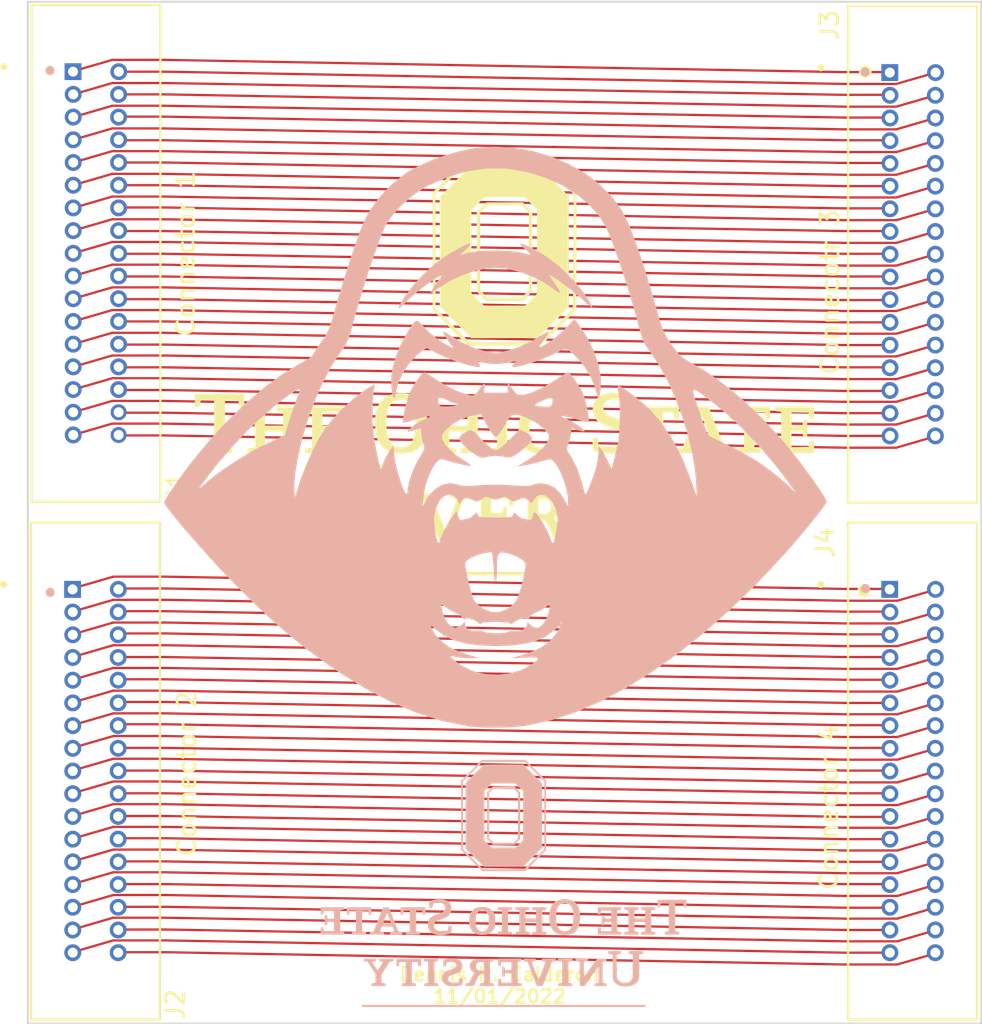
<source format=kicad_pcb>
(kicad_pcb (version 20211014) (generator pcbnew)
  (title_block (company "The Ohio State University"))
  (layers (0 "F.Cu" signal) (31 "B.Cu" signal) (34 "B.Paste" user) (35 "F.Paste" user) (36 "B.SilkS" user "B.Silkscreen") (37 "F.SilkS" user "F.Silkscreen") (38 "B.Mask" user) (39 "F.Mask" user) (44 "Edge.Cuts" user))
  (net 0 "")
  (net 1 "/TD1_1")
  (net 2 "/TD1_2")
  (net 3 "/TD1_3")
  (net 4 "/TD1_4")
  (net 5 "/TD1_5")
  (net 6 "/TD1_6")
  (net 7 "/TD1_7")
  (net 8 "/TD1_8")
  (net 9 "/TD1_9")
  (net 10 "/TD1_10")
  (net 11 "/TD1_11")
  (net 12 "/TD1_12")
  (net 13 "/TD1_13")
  (net 14 "/TD1_14")
  (net 15 "/TD1_15")
  (net 16 "/TD1_16")
  (net 17 "/TD1_17")
  (net 18 "/TD1_18")
  (net 19 "/TD1_19")
  (net 20 "/TD1_20")
  (net 21 "/TD1_21")
  (net 22 "/TD1_22")
  (net 23 "/TD1_23")
  (net 24 "/TD1_24")
  (net 25 "/TD1_25")
  (net 26 "/TD1_26")
  (net 27 "/TD1_27")
  (net 28 "/TD1_28")
  (net 29 "/TD1_29")
  (net 30 "/TD1_30")
  (net 31 "/TD1_31")
  (net 32 "/TD1_32")
  (net 33 "/TD1_33")
  (net 34 "/TD1_34")
  (net 35 "/TD2_1")
  (net 36 "/TD2_2")
  (footprint "HELIX:HELIX_DCT_ICDconnector34pin_corrected" (layer "F.Cu") (at 95.2246 90.0176 -90)
    (fp_text reference "J2" (at 13.0556 -4.4704 90) (layer "F.SilkS"))
    (fp_text value "Connector 2" (at 0.15 -5.11 90) (layer "F.SilkS"))
    (pad "1" thru_hole rect (at -10.16 1.28016 270) (size 0.9408 0.9408) (drill 0.56) (layers *.Cu *.Mask) (net 35 "/TD2_1"))
    (pad "2" thru_hole circle (at -10.16 -1.28016 270) (size 0.9408 0.9408) (drill 0.56) (layers *.Cu *.Mask) (net 36 "/TD2_2"))
    (pad "3" thru_hole circle (at -8.89 1.27 270) (size 0.9408 0.9408) (drill 0.56) (layers *.Cu *.Mask))
    (pad "4" thru_hole circle (at -8.89 -1.27 270) (size 0.9408 0.9408) (drill 0.56) (layers *.Cu *.Mask))
    (pad "5" thru_hole circle (at -7.62 1.27 270) (size 0.9408 0.9408) (drill 0.56) (layers *.Cu *.Mask))
    (pad "6" thru_hole circle (at -7.62 -1.27 270) (size 0.9408 0.9408) (drill 0.56) (layers *.Cu *.Mask))
    (pad "7" thru_hole circle (at -6.35 1.27 270) (size 0.9408 0.9408) (drill 0.56) (layers *.Cu *.Mask))
    (pad "8" thru_hole circle (at -6.35 -1.27 270) (size 0.9408 0.9408) (drill 0.56) (layers *.Cu *.Mask))
    (pad "9" thru_hole circle (at -5.08 1.27 270) (size 0.9408 0.9408) (drill 0.56) (layers *.Cu *.Mask))
    (pad "10" thru_hole circle (at -5.08 -1.27 270) (size 0.9408 0.9408) (drill 0.56) (layers *.Cu *.Mask))
    (pad "11" thru_hole circle (at -3.81 1.27 270) (size 0.9408 0.9408) (drill 0.56) (layers *.Cu *.Mask))
    (pad "12" thru_hole circle (at -3.81 -1.27 270) (size 0.9408 0.9408) (drill 0.56) (layers *.Cu *.Mask))
    (pad "13" thru_hole circle (at -2.54 1.27 270) (size 0.9408 0.9408) (drill 0.56) (layers *.Cu *.Mask))
    (pad "14" thru_hole circle (at -2.54 -1.27 270) (size 0.9408 0.9408) (drill 0.56) (layers *.Cu *.Mask))
    (pad "15" thru_hole circle (at -1.27 1.27 270) (size 0.9408 0.9408) (drill 0.56) (layers *.Cu *.Mask))
    (pad "16" thru_hole circle (at -1.27 -1.27 270) (size 0.9408 0.9408) (drill 0.56) (layers *.Cu *.Mask))
    (pad "17" thru_hole circle (at 0 1.27 270) (size 0.9408 0.9408) (drill 0.56) (layers *.Cu *.Mask))
    (pad "18" thru_hole circle (at 0 -1.27 270) (size 0.9408 0.9408) (drill 0.56) (layers *.Cu *.Mask))
    (pad "19" thru_hole circle (at 1.27 1.27 270) (size 0.9408 0.9408) (drill 0.56) (layers *.Cu *.Mask))
    (pad "20" thru_hole circle (at 1.27 -1.27 270) (size 0.9408 0.9408) (drill 0.56) (layers *.Cu *.Mask))
    (pad "21" thru_hole circle (at 2.54 1.27 270) (size 0.9408 0.9408) (drill 0.56) (layers *.Cu *.Mask))
    (pad "22" thru_hole circle (at 2.54 -1.27 270) (size 0.9408 0.9408) (drill 0.56) (layers *.Cu *.Mask))
    (pad "23" thru_hole circle (at 3.81 1.27 270) (size 0.9408 0.9408) (drill 0.56) (layers *.Cu *.Mask))
    (pad "24" thru_hole circle (at 3.81 -1.27 270) (size 0.9408 0.9408) (drill 0.56) (layers *.Cu *.Mask))
    (pad "25" thru_hole circle (at 5.08 1.27 270) (size 0.9408 0.9408) (drill 0.56) (layers *.Cu *.Mask))
    (pad "26" thru_hole circle (at 5.08 -1.27 270) (size 0.9408 0.9408) (drill 0.56) (layers *.Cu *.Mask))
    (pad "27" thru_hole circle (at 6.35 1.27 270) (size 0.9408 0.9408) (drill 0.56) (layers *.Cu *.Mask))
    (pad "28" thru_hole circle (at 6.35 -1.27 270) (size 0.9408 0.9408) (drill 0.56) (layers *.Cu *.Mask))
    (pad "29" thru_hole circle (at 7.62 1.27 270) (size 0.9408 0.9408) (drill 0.56) (layers *.Cu *.Mask))
    (pad "30" thru_hole circle (at 7.62 -1.27 270) (size 0.9408 0.9408) (drill 0.56) (layers *.Cu *.Mask))
    (pad "31" thru_hole circle (at 8.89 1.27 270) (size 0.9408 0.9408) (drill 0.56) (layers *.Cu *.Mask))
    (pad "32" thru_hole circle (at 8.89 -1.27 270) (size 0.9408 0.9408) (drill 0.56) (layers *.Cu *.Mask))
    (pad "33" thru_hole circle (at 10.16 1.27 270) (size 0.9408 0.9408) (drill 0.56) (layers *.Cu *.Mask))
    (pad "34" thru_hole circle (at 10.16 -1.27 270) (size 0.9408 0.9408) (drill 0.56) (layers *.Cu *.Mask))
  )
  (footprint "LOGO" (layer "F.Cu") (at 118.11 67.3608)
    (fp_text reference "G***" hide)
    (fp_text value "LOGO" hide)
  )
  (footprint "HELIX:HELIX_DCT_ICDconnector34pin_corrected" (layer "F.Cu") (at 140.9446 61.1124 -90)
    (fp_text reference "J3" (at -12.8016 4.6482 90) (layer "F.SilkS"))
    (fp_text value "Connecotr 3" (at 2.12 4.63 90) (layer "F.SilkS"))
    (pad "1" thru_hole rect (at -10.16 1.28016 270) (size 0.9408 0.9408) (drill 0.56) (layers *.Cu *.Mask) (net 1 "/TD1_1"))
    (pad "2" thru_hole circle (at -10.16 -1.28016 270) (size 0.9408 0.9408) (drill 0.56) (layers *.Cu *.Mask) (net 2 "/TD1_2"))
    (pad "3" thru_hole circle (at -8.89 1.27 270) (size 0.9408 0.9408) (drill 0.56) (layers *.Cu *.Mask) (net 3 "/TD1_3"))
    (pad "4" thru_hole circle (at -8.89 -1.27 270) (size 0.9408 0.9408) (drill 0.56) (layers *.Cu *.Mask) (net 4 "/TD1_4"))
    (pad "5" thru_hole circle (at -7.62 1.27 270) (size 0.9408 0.9408) (drill 0.56) (layers *.Cu *.Mask) (net 5 "/TD1_5"))
    (pad "6" thru_hole circle (at -7.62 -1.27 270) (size 0.9408 0.9408) (drill 0.56) (layers *.Cu *.Mask) (net 6 "/TD1_6"))
    (pad "7" thru_hole circle (at -6.35 1.27 270) (size 0.9408 0.9408) (drill 0.56) (layers *.Cu *.Mask) (net 7 "/TD1_7"))
    (pad "8" thru_hole circle (at -6.35 -1.27 270) (size 0.9408 0.9408) (drill 0.56) (layers *.Cu *.Mask) (net 8 "/TD1_8"))
    (pad "9" thru_hole circle (at -5.08 1.27 270) (size 0.9408 0.9408) (drill 0.56) (layers *.Cu *.Mask) (net 9 "/TD1_9"))
    (pad "10" thru_hole circle (at -5.08 -1.27 270) (size 0.9408 0.9408) (drill 0.56) (layers *.Cu *.Mask) (net 10 "/TD1_10"))
    (pad "11" thru_hole circle (at -3.81 1.27 270) (size 0.9408 0.9408) (drill 0.56) (layers *.Cu *.Mask) (net 11 "/TD1_11"))
    (pad "12" thru_hole circle (at -3.81 -1.27 270) (size 0.9408 0.9408) (drill 0.56) (layers *.Cu *.Mask) (net 12 "/TD1_12"))
    (pad "13" thru_hole circle (at -2.54 1.27 270) (size 0.9408 0.9408) (drill 0.56) (layers *.Cu *.Mask) (net 13 "/TD1_13"))
    (pad "14" thru_hole circle (at -2.54 -1.27 270) (size 0.9408 0.9408) (drill 0.56) (layers *.Cu *.Mask) (net 14 "/TD1_14"))
    (pad "15" thru_hole circle (at -1.27 1.27 270) (size 0.9408 0.9408) (drill 0.56) (layers *.Cu *.Mask) (net 15 "/TD1_15"))
    (pad "16" thru_hole circle (at -1.27 -1.27 270) (size 0.9408 0.9408) (drill 0.56) (layers *.Cu *.Mask) (net 16 "/TD1_16"))
    (pad "17" thru_hole circle (at 0 1.27 270) (size 0.9408 0.9408) (drill 0.56) (layers *.Cu *.Mask) (net 17 "/TD1_17"))
    (pad "18" thru_hole circle (at 0 -1.27 270) (size 0.9408 0.9408) (drill 0.56) (layers *.Cu *.Mask) (net 18 "/TD1_18"))
    (pad "19" thru_hole circle (at 1.27 1.27 270) (size 0.9408 0.9408) (drill 0.56) (layers *.Cu *.Mask) (net 19 "/TD1_19"))
    (pad "20" thru_hole circle (at 1.27 -1.27 270) (size 0.9408 0.9408) (drill 0.56) (layers *.Cu *.Mask) (net 20 "/TD1_20"))
    (pad "21" thru_hole circle (at 2.54 1.27 270) (size 0.9408 0.9408) (drill 0.56) (layers *.Cu *.Mask) (net 21 "/TD1_21"))
    (pad "22" thru_hole circle (at 2.54 -1.27 270) (size 0.9408 0.9408) (drill 0.56) (layers *.Cu *.Mask) (net 22 "/TD1_22"))
    (pad "23" thru_hole circle (at 3.81 1.27 270) (size 0.9408 0.9408) (drill 0.56) (layers *.Cu *.Mask) (net 23 "/TD1_23"))
    (pad "24" thru_hole circle (at 3.81 -1.27 270) (size 0.9408 0.9408) (drill 0.56) (layers *.Cu *.Mask) (net 24 "/TD1_24"))
    (pad "25" thru_hole circle (at 5.08 1.27 270) (size 0.9408 0.9408) (drill 0.56) (layers *.Cu *.Mask) (net 25 "/TD1_25"))
    (pad "26" thru_hole circle (at 5.08 -1.27 270) (size 0.9408 0.9408) (drill 0.56) (layers *.Cu *.Mask) (net 26 "/TD1_26"))
    (pad "27" thru_hole circle (at 6.35 1.27 270) (size 0.9408 0.9408) (drill 0.56) (layers *.Cu *.Mask) (net 27 "/TD1_27"))
    (pad "28" thru_hole circle (at 6.35 -1.27 270) (size 0.9408 0.9408) (drill 0.56) (layers *.Cu *.Mask) (net 28 "/TD1_28"))
    (pad "29" thru_hole circle (at 7.62 1.27 270) (size 0.9408 0.9408) (drill 0.56) (layers *.Cu *.Mask) (net 29 "/TD1_29"))
    (pad "30" thru_hole circle (at 7.62 -1.27 270) (size 0.9408 0.9408) (drill 0.56) (layers *.Cu *.Mask) (net 30 "/TD1_30"))
    (pad "31" thru_hole circle (at 8.89 1.27 270) (size 0.9408 0.9408) (drill 0.56) (layers *.Cu *.Mask) (net 31 "/TD1_31"))
    (pad "32" thru_hole circle (at 8.89 -1.27 270) (size 0.9408 0.9408) (drill 0.56) (layers *.Cu *.Mask) (net 32 "/TD1_32"))
    (pad "33" thru_hole circle (at 10.16 1.27 270) (size 0.9408 0.9408) (drill 0.56) (layers *.Cu *.Mask) (net 33 "/TD1_33"))
    (pad "34" thru_hole circle (at 10.16 -1.27 270) (size 0.9408 0.9408) (drill 0.56) (layers *.Cu *.Mask) (net 34 "/TD1_34"))
  )
  (footprint "HELIX:HELIX_DCT_ICDconnector34pin_corrected" (layer "F.Cu") (at 140.94 90.0176 -90)
    (fp_text reference "J4" (at -12.7762 4.8976 90) (layer "F.SilkS"))
    (fp_text value "Connector 4" (at 2.03 4.69 90) (layer "F.SilkS"))
    (pad "1" thru_hole rect (at -10.16 1.28016 270) (size 0.9408 0.9408) (drill 0.56) (layers *.Cu *.Mask))
    (pad "2" thru_hole circle (at -10.16 -1.28016 270) (size 0.9408 0.9408) (drill 0.56) (layers *.Cu *.Mask))
    (pad "3" thru_hole circle (at -8.89 1.27 270) (size 0.9408 0.9408) (drill 0.56) (layers *.Cu *.Mask))
    (pad "4" thru_hole circle (at -8.89 -1.27 270) (size 0.9408 0.9408) (drill 0.56) (layers *.Cu *.Mask))
    (pad "5" thru_hole circle (at -7.62 1.27 270) (size 0.9408 0.9408) (drill 0.56) (layers *.Cu *.Mask))
    (pad "6" thru_hole circle (at -7.62 -1.27 270) (size 0.9408 0.9408) (drill 0.56) (layers *.Cu *.Mask))
    (pad "7" thru_hole circle (at -6.35 1.27 270) (size 0.9408 0.9408) (drill 0.56) (layers *.Cu *.Mask))
    (pad "8" thru_hole circle (at -6.35 -1.27 270) (size 0.9408 0.9408) (drill 0.56) (layers *.Cu *.Mask))
    (pad "9" thru_hole circle (at -5.08 1.27 270) (size 0.9408 0.9408) (drill 0.56) (layers *.Cu *.Mask))
    (pad "10" thru_hole circle (at -5.08 -1.27 270) (size 0.9408 0.9408) (drill 0.56) (layers *.Cu *.Mask))
    (pad "11" thru_hole circle (at -3.81 1.27 270) (size 0.9408 0.9408) (drill 0.56) (layers *.Cu *.Mask))
    (pad "12" thru_hole circle (at -3.81 -1.27 270) (size 0.9408 0.9408) (drill 0.56) (layers *.Cu *.Mask))
    (pad "13" thru_hole circle (at -2.54 1.27 270) (size 0.9408 0.9408) (drill 0.56) (layers *.Cu *.Mask))
    (pad "14" thru_hole circle (at -2.54 -1.27 270) (size 0.9408 0.9408) (drill 0.56) (layers *.Cu *.Mask))
    (pad "15" thru_hole circle (at -1.27 1.27 270) (size 0.9408 0.9408) (drill 0.56) (layers *.Cu *.Mask))
    (pad "16" thru_hole circle (at -1.27 -1.27 270) (size 0.9408 0.9408) (drill 0.56) (layers *.Cu *.Mask))
    (pad "17" thru_hole circle (at 0 1.27 270) (size 0.9408 0.9408) (drill 0.56) (layers *.Cu *.Mask))
    (pad "18" thru_hole circle (at 0 -1.27 270) (size 0.9408 0.9408) (drill 0.56) (layers *.Cu *.Mask))
    (pad "19" thru_hole circle (at 1.27 1.27 270) (size 0.9408 0.9408) (drill 0.56) (layers *.Cu *.Mask))
    (pad "20" thru_hole circle (at 1.27 -1.27 270) (size 0.9408 0.9408) (drill 0.56) (layers *.Cu *.Mask))
    (pad "21" thru_hole circle (at 2.54 1.27 270) (size 0.9408 0.9408) (drill 0.56) (layers *.Cu *.Mask))
    (pad "22" thru_hole circle (at 2.54 -1.27 270) (size 0.9408 0.9408) (drill 0.56) (layers *.Cu *.Mask))
    (pad "23" thru_hole circle (at 3.81 1.27 270) (size 0.9408 0.9408) (drill 0.56) (layers *.Cu *.Mask))
    (pad "24" thru_hole circle (at 3.81 -1.27 270) (size 0.9408 0.9408) (drill 0.56) (layers *.Cu *.Mask))
    (pad "25" thru_hole circle (at 5.08 1.27 270) (size 0.9408 0.9408) (drill 0.56) (layers *.Cu *.Mask))
    (pad "26" thru_hole circle (at 5.08 -1.27 270) (size 0.9408 0.9408) (drill 0.56) (layers *.Cu *.Mask))
    (pad "27" thru_hole circle (at 6.35 1.27 270) (size 0.9408 0.9408) (drill 0.56) (layers *.Cu *.Mask))
    (pad "28" thru_hole circle (at 6.35 -1.27 270) (size 0.9408 0.9408) (drill 0.56) (layers *.Cu *.Mask))
    (pad "29" thru_hole circle (at 7.62 1.27 270) (size 0.9408 0.9408) (drill 0.56) (layers *.Cu *.Mask))
    (pad "30" thru_hole circle (at 7.62 -1.27 270) (size 0.9408 0.9408) (drill 0.56) (layers *.Cu *.Mask))
    (pad "31" thru_hole circle (at 8.89 1.27 270) (size 0.9408 0.9408) (drill 0.56) (layers *.Cu *.Mask))
    (pad "32" thru_hole circle (at 8.89 -1.27 270) (size 0.9408 0.9408) (drill 0.56) (layers *.Cu *.Mask))
    (pad "33" thru_hole circle (at 10.16 1.27 270) (size 0.9408 0.9408) (drill 0.56) (layers *.Cu *.Mask))
    (pad "34" thru_hole circle (at 10.16 -1.27 270) (size 0.9408 0.9408) (drill 0.56) (layers *.Cu *.Mask))
  )
  (footprint "HELIX:HELIX_DCT_ICDconnector34pin_corrected" (layer "F.Cu") (at 95.25 61.0616 -90)
    (fp_text reference "J1" (at 13.0556 -4.4704 90) (layer "F.SilkS"))
    (fp_text value "Connector 1" (at 0.03 -5.01 90) (layer "F.SilkS"))
    (pad "1" thru_hole rect (at -10.16 1.28016 270) (size 0.9408 0.9408) (drill 0.56) (layers *.Cu *.Mask) (net 1 "/TD1_1"))
    (pad "2" thru_hole circle (at -10.16 -1.28016 270) (size 0.9408 0.9408) (drill 0.56) (layers *.Cu *.Mask) (net 2 "/TD1_2"))
    (pad "3" thru_hole circle (at -8.89 1.27 270) (size 0.9408 0.9408) (drill 0.56) (layers *.Cu *.Mask) (net 3 "/TD1_3"))
    (pad "4" thru_hole circle (at -8.89 -1.27 270) (size 0.9408 0.9408) (drill 0.56) (layers *.Cu *.Mask) (net 4 "/TD1_4"))
    (pad "5" thru_hole circle (at -7.62 1.27 270) (size 0.9408 0.9408) (drill 0.56) (layers *.Cu *.Mask) (net 5 "/TD1_5"))
    (pad "6" thru_hole circle (at -7.62 -1.27 270) (size 0.9408 0.9408) (drill 0.56) (layers *.Cu *.Mask) (net 6 "/TD1_6"))
    (pad "7" thru_hole circle (at -6.35 1.27 270) (size 0.9408 0.9408) (drill 0.56) (layers *.Cu *.Mask) (net 7 "/TD1_7"))
    (pad "8" thru_hole circle (at -6.35 -1.27 270) (size 0.9408 0.9408) (drill 0.56) (layers *.Cu *.Mask) (net 8 "/TD1_8"))
    (pad "9" thru_hole circle (at -5.08 1.27 270) (size 0.9408 0.9408) (drill 0.56) (layers *.Cu *.Mask) (net 9 "/TD1_9"))
    (pad "10" thru_hole circle (at -5.08 -1.27 270) (size 0.9408 0.9408) (drill 0.56) (layers *.Cu *.Mask) (net 10 "/TD1_10"))
    (pad "11" thru_hole circle (at -3.81 1.27 270) (size 0.9408 0.9408) (drill 0.56) (layers *.Cu *.Mask) (net 11 "/TD1_11"))
    (pad "12" thru_hole circle (at -3.81 -1.27 270) (size 0.9408 0.9408) (drill 0.56) (layers *.Cu *.Mask) (net 12 "/TD1_12"))
    (pad "13" thru_hole circle (at -2.54 1.27 270) (size 0.9408 0.9408) (drill 0.56) (layers *.Cu *.Mask) (net 13 "/TD1_13"))
    (pad "14" thru_hole circle (at -2.54 -1.27 270) (size 0.9408 0.9408) (drill 0.56) (layers *.Cu *.Mask) (net 14 "/TD1_14"))
    (pad "15" thru_hole circle (at -1.27 1.27 270) (size 0.9408 0.9408) (drill 0.56) (layers *.Cu *.Mask) (net 15 "/TD1_15"))
    (pad "16" thru_hole circle (at -1.27 -1.27 270) (size 0.9408 0.9408) (drill 0.56) (layers *.Cu *.Mask) (net 16 "/TD1_16"))
    (pad "17" thru_hole circle (at 0 1.27 270) (size 0.9408 0.9408) (drill 0.56) (layers *.Cu *.Mask) (net 17 "/TD1_17"))
    (pad "18" thru_hole circle (at 0 -1.27 270) (size 0.9408 0.9408) (drill 0.56) (layers *.Cu *.Mask) (net 18 "/TD1_18"))
    (pad "19" thru_hole circle (at 1.27 1.27 270) (size 0.9408 0.9408) (drill 0.56) (layers *.Cu *.Mask) (net 19 "/TD1_19"))
    (pad "20" thru_hole circle (at 1.27 -1.27 270) (size 0.9408 0.9408) (drill 0.56) (layers *.Cu *.Mask) (net 20 "/TD1_20"))
    (pad "21" thru_hole circle (at 2.54 1.27 270) (size 0.9408 0.9408) (drill 0.56) (layers *.Cu *.Mask) (net 21 "/TD1_21"))
    (pad "22" thru_hole circle (at 2.54 -1.27 270) (size 0.9408 0.9408) (drill 0.56) (layers *.Cu *.Mask) (net 22 "/TD1_22"))
    (pad "23" thru_hole circle (at 3.81 1.27 270) (size 0.9408 0.9408) (drill 0.56) (layers *.Cu *.Mask) (net 23 "/TD1_23"))
    (pad "24" thru_hole circle (at 3.81 -1.27 270) (size 0.9408 0.9408) (drill 0.56) (layers *.Cu *.Mask) (net 24 "/TD1_24"))
    (pad "25" thru_hole circle (at 5.08 1.27 270) (size 0.9408 0.9408) (drill 0.56) (layers *.Cu *.Mask) (net 25 "/TD1_25"))
    (pad "26" thru_hole circle (at 5.08 -1.27 270) (size 0.9408 0.9408) (drill 0.56) (layers *.Cu *.Mask) (net 26 "/TD1_26"))
    (pad "27" thru_hole circle (at 6.35 1.27 270) (size 0.9408 0.9408) (drill 0.56) (layers *.Cu *.Mask) (net 27 "/TD1_27"))
    (pad "28" thru_hole circle (at 6.35 -1.27 270) (size 0.9408 0.9408) (drill 0.56) (layers *.Cu *.Mask) (net 28 "/TD1_28"))
    (pad "29" thru_hole circle (at 7.62 1.27 270) (size 0.9408 0.9408) (drill 0.56) (layers *.Cu *.Mask) (net 29 "/TD1_29"))
    (pad "30" thru_hole circle (at 7.62 -1.27 270) (size 0.9408 0.9408) (drill 0.56) (layers *.Cu *.Mask) (net 30 "/TD1_30"))
    (pad "31" thru_hole circle (at 8.89 1.27 270) (size 0.9408 0.9408) (drill 0.56) (layers *.Cu *.Mask) (net 31 "/TD1_31"))
    (pad "32" thru_hole circle (at 8.89 -1.27 270) (size 0.89 0.89) (drill 0.56) (layers *.Cu *.Mask) (net 32 "/TD1_32"))
    (pad "33" thru_hole circle (at 10.16 1.27 270) (size 0.9408 0.9408) (drill 0.56) (layers *.Cu *.Mask) (net 33 "/TD1_33"))
    (pad "34" thru_hole circle (at 10.16 -1.27 270) (size 0.89 0.89) (drill 0.56) (layers *.Cu *.Mask) (net 34 "/TD1_34"))
  )
  (footprint "LOGO" (layer "B.Cu") (at 117.602 71.3486 180)
    (fp_text reference "G***" hide)
    (fp_text value "LOGO" hide)
  )
  (footprint "LOGO" (layer "B.Cu") (at 118.0592 96.2914 180)
    (fp_text reference "G***" hide)
    (fp_text value "LOGO" hide)
  )
  (gr_circle (center 138.303001 79.8068) (end 138.303002 79.8068) (layer "B.SilkS") (width 0.254) (fill none))
  (gr_circle (center 138.2776 50.927) (end 138.277601 50.927) (layer "B.SilkS") (width 0.254) (fill none))
  (gr_circle (center 92.680001 50.83) (end 92.680002 50.83) (layer "B.SilkS") (width 0.254) (fill none))
  (gr_circle (center 92.69 80.02) (end 92.690001 80.02) (layer "B.SilkS") (width 0.254) (fill none))
  (gr_circle (center 138.29 50.9) (end 138.392956 50.9) (layer "F.SilkS") (width 0.254) (fill none))
  (gr_circle (center 92.67 50.83) (end 92.670001 50.83) (layer "F.SilkS") (width 0.254) (fill none))
  (gr_circle (center 92.68 80.02) (end 92.680001 80.02) (layer "F.SilkS") (width 0.254) (fill none))
  (gr_circle (center 138.21 79.92) (end 138.312956 79.92) (layer "F.SilkS") (width 0.254) (fill none))
  (gr_rect (start 91.44 46.99) (end 144.78 104.14) (layer "Edge.Cuts") (width 0.1) (fill none))
  (gr_text "Dennis H. Calderon\n11/01/2022" (at 117.8306 102.0064) (layer "F.SilkS") (effects (font (size 0.762 0.762))))
  (segment (start 142.2654 97.6376) (end 140.081 98.2726) (width 0.127) (layer "F.Cu") (net 0))
  (segment (start 94.0308 86.1568) (end 96.2152 85.5218) (width 0.127) (layer "F.Cu") (net 0))
  (segment (start 94.035896 82.3468) (end 96.220296 81.7118) (width 0.127) (layer "F.Cu") (net 0))
  (segment (start 99.1362 93.1418) (end 137.140715 93.8276) (width 0.127) (layer "F.Cu") (net 0))
  (segment (start 94.035896 84.8868) (end 96.220296 84.2518) (width 0.127) (layer "F.Cu") (net 0))
  (segment (start 96.579941 92.5322) (end 99.160581 92.5322) (width 0.127) (layer "F.Cu") (net 0))
  (segment (start 96.579941 86.1568) (end 99.160581 86.1568) (width 0.127) (layer "F.Cu") (net 0))
  (segment (start 96.2152 85.5218) (end 99.1362 85.5218) (width 0.127) (layer "F.Cu") (net 0))
  (segment (start 140.086096 81.7626) (end 137.165096 81.7626) (width 0.127) (layer "F.Cu") (net 0))
  (segment (start 99.141296 80.4418) (end 137.1346 81.1022) (width 0.127) (layer "F.Cu") (net 0))
  (segment (start 96.579941 91.2622) (end 99.160581 91.2622) (width 0.127) (layer "F.Cu") (net 0))
  (segment (start 96.579941 96.3422) (end 99.160581 96.3422) (width 0.127) (layer "F.Cu") (net 0))
  (segment (start 140.086096 94.4626) (end 137.165096 94.4626) (width 0.127) (layer "F.Cu") (net 0))
  (segment (start 140.081 83.0326) (end 137.16 83.0326) (width 0.127) (layer "F.Cu") (net 0))
  (segment (start 99.1362 90.6018) (end 137.1346 91.2622) (width 0.127) (layer "F.Cu") (net 0))
  (segment (start 137.165096 88.1126) (end 99.160581 87.4014) (width 0.127) (layer "F.Cu") (net 0))
  (segment (start 137.16 99.5426) (end 99.166696 98.8822) (width 0.127) (layer "F.Cu") (net 0))
  (segment (start 96.586056 98.8822) (end 99.166696 98.8822) (width 0.127) (layer "F.Cu") (net 0))
  (segment (start 140.081 93.1926) (end 137.16 93.1926) (width 0.127) (layer "F.Cu") (net 0))
  (segment (start 142.2654 98.9076) (end 140.081 99.5426) (width 0.127) (layer "F.Cu") (net 0))
  (segment (start 142.270496 84.9376) (end 140.086096 85.5726) (width 0.127) (layer "F.Cu") (net 0))
  (segment (start 96.220296 80.4418) (end 99.141296 80.4418) (width 0.127) (layer "F.Cu") (net 0))
  (segment (start 140.086096 85.5726) (end 137.165096 85.5726) (width 0.127) (layer "F.Cu") (net 0))
  (segment (start 142.2654 95.0976) (end 140.081 95.7326) (width 0.127) (layer "F.Cu") (net 0))
  (segment (start 137.165096 81.7626) (end 99.163789 81.0768) (width 0.127) (layer "F.Cu") (net 0))
  (segment (start 139.721355 95.0976) (end 137.140715 95.0976) (width 0.127) (layer "F.Cu") (net 0))
  (segment (start 137.16502 97.0026) (end 99.160581 96.3422) (width 0.127) (layer "F.Cu") (net 0))
  (segment (start 139.721355 88.7222) (end 137.140715 88.7222) (width 0.127) (layer "F.Cu") (net 0))
  (segment (start 142.270496 88.7476) (end 140.086096 89.3826) (width 0.127) (layer "F.Cu") (net 0))
  (segment (start 139.71524 97.663) (end 137.1346 97.663) (width 0.127) (layer "F.Cu") (net 0))
  (segment (start 137.16 98.2726) (end 99.160581 97.6122) (width 0.127) (layer "F.Cu") (net 0))
  (segment (start 99.1362 94.4118) (end 137.140715 95.0976) (width 0.127) (layer "F.Cu") (net 0))
  (segment (start 96.586056 83.6422) (end 99.166696 83.6422) (width 0.127) (layer "F.Cu") (net 0))
  (segment (start 99.1362 89.3318) (end 137.140715 89.9922) (width 0.127) (layer "F.Cu") (net 0))
  (segment (start 96.579941 87.4014) (end 99.160581 87.4014) (width 0.127) (layer "F.Cu") (net 0))
  (segment (start 96.586056 82.3214) (end 99.166696 82.3214) (width 0.127) (layer "F.Cu") (net 0))
  (segment (start 96.2152 91.8718) (end 99.1362 91.8718) (width 0.127) (layer "F.Cu") (net 0))
  (segment (start 99.1362 85.5218) (end 137.1346 86.2076) (width 0.127) (layer "F.Cu") (net 0))
  (segment (start 139.718147 98.9076) (end 137.137507 98.9076) (width 0.127) (layer "F.Cu") (net 0))
  (segment (start 99.141296 84.2518) (end 137.140715 84.9122) (width 0.127) (layer "F.Cu") (net 0))
  (segment (start 139.721355 83.6422) (end 137.140715 83.6422) (width 0.127) (layer "F.Cu") (net 0))
  (segment (start 96.579941 97.6122) (end 99.160581 97.6122) (width 0.127) (layer "F.Cu") (net 0))
  (segment (start 139.721355 82.3722) (end 137.140715 82.3722) (width 0.127) (layer "F.Cu") (net 0))
  (segment (start 96.220296 96.9518) (end 99.141296 96.9518) (width 0.127) (layer "F.Cu") (net 0))
  (segment (start 140.086096 88.1126) (end 137.165096 88.1126) (width 0.127) (layer "F.Cu") (net 0))
  (segment (start 96.220296 81.7118) (end 99.141296 81.7118) (width 0.127) (layer "F.Cu") (net 0))
  (segment (start 139.721355 87.4522) (end 137.140715 87.4522) (width 0.127) (layer "F.Cu") (net 0))
  (segment (start 96.583149 81.0768) (end 99.163789 81.0768) (width 0.127) (layer "F.Cu") (net 0))
  (segment (start 96.579941 95.0722) (end 99.160581 95.0722) (width 0.127) (layer "F.Cu") (net 0))
  (segment (start 139.721355 92.583) (end 137.140715 92.583) (width 0.127) (layer "F.Cu") (net 0))
  (segment (start 137.190496 89.3826) (end 137.165096 89.3826) (width 0.127) (layer "F.Cu") (net 0))
  (segment (start 96.220296 86.7918) (end 99.141296 86.7918) (width 0.127) (layer "F.Cu") (net 0))
  (segment (start 99.1362 98.2218) (end 137.137507 98.9076) (width 0.127) (layer "F.Cu") (net 0))
  (segment (start 96.2152 99.4918) (end 99.1362 99.4918) (width 0.127) (layer "F.Cu") (net 0))
  (segment (start 142.270496 87.4776) (end 140.086096 88.1126) (width 0.127) (layer "F.Cu") (net 0))
  (segment (start 137.165096 85.5726) (end 99.160581 84.8868) (width 0.127) (layer "F.Cu") (net 0))
  (segment (start 99.141296 81.7118) (end 137.140715 82.3722) (width 0.127) (layer "F.Cu") (net 0))
  (segment (start 140.08602 97.0026) (end 137.16502 97.0026) (width 0.127) (layer "F.Cu") (net 0))
  (segment (start 96.2152 95.6818) (end 99.1362 95.6818) (width 0.127) (layer "F.Cu") (net 0))
  (segment (start 142.27042 96.3676) (end 140.08602 97.0026) (width 0.127) (layer "F.Cu") (net 0))
  (segment (start 142.2654 92.5576) (end 140.081 93.1926) (width 0.127) (layer "F.Cu") (net 0))
  (segment (start 96.586056 93.7768) (end 99.166696 93.7768) (width 0.127) (layer "F.Cu") (net 0))
  (segment (start 139.721355 84.9122) (end 137.140715 84.9122) (width 0.127) (layer "F.Cu") (net 0))
  (segment (start 99.141296 96.9518) (end 137.1346 97.663) (width 0.127) (layer "F.Cu") (net 0))
  (segment (start 99.1362 95.6818) (end 137.1346 96.3422) (width 0.127) (layer "F.Cu") (net 0))
  (segment (start 140.086096 89.3826) (end 137.190496 89.3826) (width 0.127) (layer "F.Cu") (net 0))
  (segment (start 99.1362 88.0618) (end 137.140715 88.7222) (width 0.127) (layer "F.Cu") (net 0))
  (segment (start 142.270496 91.2876) (end 140.086096 91.9226) (width 0.127) (layer "F.Cu") (net 0))
  (segment (start 137.16 93.1926) (end 99.160581 92.5322) (width 0.127) (layer "F.Cu") (net 0))
  (segment (start 142.2654 82.3976) (end 140.081 83.0326) (width 0.127) (layer "F.Cu") (net 0))
  (segment (start 142.2654 100.203) (end 140.081 100.838) (width 0.127) (layer "F.Cu") (net 0))
  (segment (start 99.1362 99.4918) (end 137.1346 100.1776) (width 0.127) (layer "F.Cu") (net 0))
  (segment (start 140.081 95.7326) (end 137.16 95.7326) (width 0.127) (layer "F.Cu") (net 0))
  (segment (start 99.1362 91.8718) (end 137.140715 92.583) (width 0.127) (layer "F.Cu") (net 0))
  (segment (start 96.586056 88.7222) (end 99.166696 88.7222) (width 0.127) (layer "F.Cu") (net 0))
  (segment (start 140.086096 84.3026) (end 137.165096 84.3026) (width 0.127) (layer "F.Cu") (net 0))
  (segment (start 142.270496 86.2076) (end 140.086096 86.8426) (width 0.127) (layer "F.Cu") (net 0))
  (segment (start 99.136276 82.9818) (end 137.140715 83.6422) (width 0.127) (layer "F.Cu") (net 0))
  (segment (start 94.0308 91.2368) (end 96.2152 90.6018) (width 0.127) (layer "F.Cu") (net 0))
  (segment (start 94.0308 100.1268) (end 96.2152 99.4918) (width 0.127) (layer "F.Cu") (net 0))
  (segment (start 96.220296 84.2518) (end 99.141296 84.2518) (width 0.127) (layer "F.Cu") (net 0))
  (segment (start 96.2152 93.1418) (end 99.1362 93.1418) (width 0.127) (layer "F.Cu") (net 0))
  (segment (start 94.0308 96.3168) (end 96.2152 95.6818) (width 0.127) (layer "F.Cu") (net 0))
  (segment (start 96.2152 98.2218) (end 99.1362 98.2218) (width 0.127) (layer "F.Cu") (net 0))
  (segment (start 96.2152 94.4118) (end 99.1362 94.4118) (width 0.127) (layer "F.Cu") (net 0))
  (segment (start 94.0308 93.7768) (end 96.2152 93.1418) (width 0.127) (layer "F.Cu") (net 0))
  (segment (start 139.71524 86.2076) (end 137.1346 86.2076) (width 0.127) (layer "F.Cu") (net 0))
  (segment (start 137.165096 86.8426) (end 99.160581 86.1568) (width 0.127) (layer "F.Cu") (net 0))
  (segment (start 96.579941 100.1522) (end 99.160581 100.1522) (width 0.127) (layer "F.Cu") (net 0))
  (segment (start 94.035896 87.4268) (end 96.220296 86.7918) (width 0.127) (layer "F.Cu") (net 0))
  (segment (start 137.16 100.838) (end 99.160581 100.1522) (width 0.127) (layer "F.Cu") (net 0))
  (segment (start 137.165096 91.9226) (end 99.160581 91.2622) (width 0.127) (layer "F.Cu") (net 0))
  (segment (start 140.081 99.5426) (end 137.16 99.5426) (width 0.127) (layer "F.Cu") (net 0))
  (segment (start 139.721355 89.9922) (end 137.140715 89.9922) (width 0.127) (layer "F.Cu") (net 0))
  (segment (start 137.165096 90.6526) (end 99.160581 89.9922) (width 0.127) (layer "F.Cu") (net 0))
  (segment (start 139.71524 100.1776) (end 137.1346 100.1776) (width 0.127) (layer "F.Cu") (net 0))
  (segment (start 140.081 98.2726) (end 137.16 98.2726) (width 0.127) (layer "F.Cu") (net 0))
  (segment (start 96.2152 88.0618) (end 99.1362 88.0618) (width 0.127) (layer "F.Cu") (net 0))
  (segment (start 94.0308 95.0468) (end 96.2152 94.4118) (width 0.127) (layer "F.Cu") (net 0))
  (segment (start 94.0308 92.5068) (end 96.2152 91.8718) (width 0.127) (layer "F.Cu") (net 0))
  (segment (start 140.086096 86.8426) (end 137.165096 86.8426) (width 0.127) (layer "F.Cu") (net 0))
  (segment (start 96.579941 84.8868) (end 99.160581 84.8868) (width 0.127) (layer "F.Cu") (net 0))
  (segment (start 137.16 83.0326) (end 99.166696 82.3214) (width 0.127) (layer "F.Cu") (net 0))
  (segment (start 94.030876 83.6168) (end 96.215276 82.9818) (width 0.127) (layer "F.Cu") (net 0))
  (segment (start 142.270496 81.1276) (end 140.086096 81.7626) (width 0.127) (layer "F.Cu") (net 0))
  (segment (start 139.721355 93.8276) (end 137.140715 93.8276) (width 0.127) (layer "F.Cu") (net 0))
  (segment (start 94.0308 89.9668) (end 96.2152 89.3318) (width 0.127) (layer "F.Cu") (net 0))
  (segment (start 94.035896 81.0768) (end 96.220296 80.4418) (width 0.127) (layer "F.Cu") (net 0))
  (segment (start 139.71524 96.3422) (end 137.1346 96.3422) (width 0.127) (layer "F.Cu") (net 0))
  (segment (start 137.165096 94.4626) (end 99.166696 93.7768) (width 0.127) (layer "F.Cu") (net 0))
  (segment (start 140.086096 90.6526) (end 137.165096 90.6526) (width 0.127) (layer "F.Cu") (net 0))
  (segment (start 99.141296 86.7918) (end 137.140715 87.4522) (width 0.127) (layer "F.Cu") (net 0))
  (segment (start 137.190496 89.3826) (end 99.166696 88.7222) (width 0.127) (layer "F.Cu") (net 0))
  (segment (start 137.16 95.7326) (end 99.160581 95.0722) (width 0.127) (layer "F.Cu") (net 0))
  (segment (start 94.035896 97.5868) (end 96.220296 96.9518) (width 0.127) (layer "F.Cu") (net 0))
  (segment (start 140.081 100.838) (end 137.16 100.838) (width 0.127) (layer "F.Cu") (net 0))
  (segment (start 137.165096 84.3026) (end 99.166696 83.6422) (width 0.127) (layer "F.Cu") (net 0))
  (segment (start 96.215276 82.9818) (end 99.136276 82.9818) (width 0.127) (layer "F.Cu") (net 0))
  (segment (start 139.71524 81.1022) (end 137.1346 81.1022) (width 0.127) (layer "F.Cu") (net 0))
  (segment (start 142.270496 83.6676) (end 140.086096 84.3026) (width 0.127) (layer "F.Cu") (net 0))
  (segment (start 96.2152 89.3318) (end 99.1362 89.3318) (width 0.127) (layer "F.Cu") (net 0))
  (segment (start 94.0308 88.6968) (end 96.2152 88.0618) (width 0.127) (layer "F.Cu") (net 0))
  (segment (start 96.2152 90.6018) (end 99.1362 90.6018) (width 0.127) (layer "F.Cu") (net 0))
  (segment (start 96.579941 89.9922) (end 99.160581 89.9922) (width 0.127) (layer "F.Cu") (net 0))
  (segment (start 142.270496 93.8276) (end 140.086096 94.4626) (width 0.127) (layer "F.Cu") (net 0))
  (segment (start 142.270496 90.0176) (end 140.086096 90.6526) (width 0.127) (layer "F.Cu") (net 0))
  (segment (start 94.0308 98.8568) (end 96.2152 98.2218) (width 0.127) (layer "F.Cu") (net 0))
  (segment (start 140.086096 91.9226) (end 137.165096 91.9226) (width 0.127) (layer "F.Cu") (net 0))
  (segment (start 139.71524 91.2622) (end 137.1346 91.2622) (width 0.127) (layer "F.Cu") (net 0))
  (segment (start 93.98 50.8762) (end 96.1644 50.2412) (width 0.127) (layer "F.Cu") (net 1))
  (segment (start 96.1644 50.2412) (end 99.0854 50.2412) (width 0.127) (layer "F.Cu") (net 1))
  (segment (start 99.0854 50.2412) (end 137.084819 50.927) (width 0.127) (layer "F.Cu") (net 1))
  (segment (start 139.665459 50.927) (end 137.084819 50.927) (width 0.127) (layer "F.Cu") (net 1))
  (segment (start 96.53016 50.9016) (end 99.1108 50.9016) (width 0.127) (layer "F.Cu") (net 2))
  (segment (start 140.0302 51.5874) (end 137.1092 51.5874) (width 0.127) (layer "F.Cu") (net 2))
  (segment (start 137.1092 51.5874) (end 99.1108 50.9016) (width 0.127) (layer "F.Cu") (net 2))
  (segment (start 142.2146 50.9524) (end 140.0302 51.5874) (width 0.127) (layer "F.Cu") (net 2))
  (segment (start 93.98 52.1716) (end 96.1644 51.5366) (width 0.127) (layer "F.Cu") (net 3))
  (segment (start 139.659344 52.197) (end 137.078704 52.197) (width 0.127) (layer "F.Cu") (net 3))
  (segment (start 99.0854 51.5366) (end 137.078704 52.197) (width 0.127) (layer "F.Cu") (net 3))
  (segment (start 96.1644 51.5366) (end 99.0854 51.5366) (width 0.127) (layer "F.Cu") (net 3))
  (segment (start 96.527253 52.1716) (end 99.107893 52.1716) (width 0.127) (layer "F.Cu") (net 4))
  (segment (start 140.0302 52.8574) (end 137.1092 52.8574) (width 0.127) (layer "F.Cu") (net 4))
  (segment (start 142.2146 52.2224) (end 140.0302 52.8574) (width 0.127) (layer "F.Cu") (net 4))
  (segment (start 137.1092 52.8574) (end 99.107893 52.1716) (width 0.127) (layer "F.Cu") (net 4))
  (segment (start 93.98 53.4416) (end 96.1644 52.8066) (width 0.127) (layer "F.Cu") (net 5))
  (segment (start 139.665459 53.467) (end 137.084819 53.467) (width 0.127) (layer "F.Cu") (net 5))
  (segment (start 99.0854 52.8066) (end 137.084819 53.467) (width 0.127) (layer "F.Cu") (net 5))
  (segment (start 96.1644 52.8066) (end 99.0854 52.8066) (width 0.127) (layer "F.Cu") (net 5))
  (segment (start 140.025104 54.1274) (end 137.104104 54.1274) (width 0.127) (layer "F.Cu") (net 6))
  (segment (start 96.53016 53.4162) (end 99.1108 53.4162) (width 0.127) (layer "F.Cu") (net 6))
  (segment (start 142.209504 53.4924) (end 140.025104 54.1274) (width 0.127) (layer "F.Cu") (net 6))
  (segment (start 137.104104 54.1274) (end 99.1108 53.4162) (width 0.127) (layer "F.Cu") (net 6))
  (segment (start 93.97498 54.7116) (end 96.15938 54.0766) (width 0.127) (layer "F.Cu") (net 7))
  (segment (start 99.08038 54.0766) (end 137.084819 54.737) (width 0.127) (layer "F.Cu") (net 7))
  (segment (start 96.15938 54.0766) (end 99.08038 54.0766) (width 0.127) (layer "F.Cu") (net 7))
  (segment (start 139.665459 54.737) (end 137.084819 54.737) (width 0.127) (layer "F.Cu") (net 7))
  (segment (start 96.53016 54.737) (end 99.1108 54.737) (width 0.127) (layer "F.Cu") (net 8))
  (segment (start 142.2146 54.7624) (end 140.0302 55.3974) (width 0.127) (layer "F.Cu") (net 8))
  (segment (start 137.1092 55.3974) (end 99.1108 54.737) (width 0.127) (layer "F.Cu") (net 8))
  (segment (start 140.0302 55.3974) (end 137.1092 55.3974) (width 0.127) (layer "F.Cu") (net 8))
  (segment (start 96.1644 55.3466) (end 99.0854 55.3466) (width 0.127) (layer "F.Cu") (net 9))
  (segment (start 139.665459 56.007) (end 137.084819 56.007) (width 0.127) (layer "F.Cu") (net 9))
  (segment (start 93.98 55.9816) (end 96.1644 55.3466) (width 0.127) (layer "F.Cu") (net 9))
  (segment (start 99.0854 55.3466) (end 137.084819 56.007) (width 0.127) (layer "F.Cu") (net 9))
  (segment (start 137.1092 56.6674) (end 99.104685 55.9816) (width 0.127) (layer "F.Cu") (net 10))
  (segment (start 140.0302 56.6674) (end 137.1092 56.6674) (width 0.127) (layer "F.Cu") (net 10))
  (segment (start 96.524045 55.9816) (end 99.104685 55.9816) (width 0.127) (layer "F.Cu") (net 10))
  (segment (start 142.2146 56.0324) (end 140.0302 56.6674) (width 0.127) (layer "F.Cu") (net 10))
  (segment (start 93.974904 57.2516) (end 96.159304 56.6166) (width 0.127) (layer "F.Cu") (net 11))
  (segment (start 96.159304 56.6166) (end 99.080304 56.6166) (width 0.127) (layer "F.Cu") (net 11))
  (segment (start 139.659344 57.3024) (end 137.078704 57.3024) (width 0.127) (layer "F.Cu") (net 11))
  (segment (start 99.080304 56.6166) (end 137.078704 57.3024) (width 0.127) (layer "F.Cu") (net 11))
  (segment (start 96.524045 57.2516) (end 99.104685 57.2516) (width 0.127) (layer "F.Cu") (net 12))
  (segment (start 142.2146 57.3024) (end 140.0302 57.9374) (width 0.127) (layer "F.Cu") (net 12))
  (segment (start 140.0302 57.9374) (end 137.1092 57.9374) (width 0.127) (layer "F.Cu") (net 12))
  (segment (start 137.1092 57.9374) (end 99.104685 57.2516) (width 0.127) (layer "F.Cu") (net 12))
  (segment (start 93.98 58.5216) (end 96.1644 57.8866) (width 0.127) (layer "F.Cu") (net 13))
  (segment (start 99.0854 57.8866) (end 137.084819 58.547) (width 0.127) (layer "F.Cu") (net 13))
  (segment (start 96.1644 57.8866) (end 99.0854 57.8866) (width 0.127) (layer "F.Cu") (net 13))
  (segment (start 139.665459 58.547) (end 137.084819 58.547) (width 0.127) (layer "F.Cu") (net 13))
  (segment (start 140.0302 59.2074) (end 137.1092 59.2074) (width 0.127) (layer "F.Cu") (net 14))
  (segment (start 142.2146 58.5724) (end 140.0302 59.2074) (width 0.127) (layer "F.Cu") (net 14))
  (segment (start 96.524045 58.4962) (end 99.104685 58.4962) (width 0.127) (layer "F.Cu") (net 14))
  (segment (start 137.1092 59.2074) (end 99.104685 58.4962) (width 0.127) (layer "F.Cu") (net 14))
  (segment (start 93.974904 59.7916) (end 96.159304 59.1566) (width 0.127) (layer "F.Cu") (net 15))
  (segment (start 139.665459 59.817) (end 137.084819 59.817) (width 0.127) (layer "F.Cu") (net 15))
  (segment (start 96.159304 59.1566) (end 99.080304 59.1566) (width 0.127) (layer "F.Cu") (net 15))
  (segment (start 99.080304 59.1566) (end 137.084819 59.817) (width 0.127) (layer "F.Cu") (net 15))
  (segment (start 137.1346 60.4774) (end 99.1108 59.817) (width 0.127) (layer "F.Cu") (net 16))
  (segment (start 96.53016 59.817) (end 99.1108 59.817) (width 0.127) (layer "F.Cu") (net 16))
  (segment (start 142.2146 59.8424) (end 140.0302 60.4774) (width 0.127) (layer "F.Cu") (net 16))
  (segment (start 137.1346 60.4774) (end 137.1092 60.4774) (width 0.127) (layer "F.Cu") (net 16))
  (segment (start 140.0302 60.4774) (end 137.1346 60.4774) (width 0.127) (layer "F.Cu") (net 16))
  (segment (start 139.665459 61.087) (end 137.084819 61.087) (width 0.127) (layer "F.Cu") (net 17))
  (segment (start 96.159304 60.4266) (end 99.080304 60.4266) (width 0.127) (layer "F.Cu") (net 17))
  (segment (start 99.080304 60.4266) (end 137.084819 61.087) (width 0.127) (layer "F.Cu") (net 17))
  (segment (start 93.974904 61.0616) (end 96.159304 60.4266) (width 0.127) (layer "F.Cu") (net 17))
  (segment (start 96.524045 61.087) (end 99.104685 61.087) (width 0.127) (layer "F.Cu") (net 18))
  (segment (start 140.0302 61.7474) (end 137.1092 61.7474) (width 0.127) (layer "F.Cu") (net 18))
  (segment (start 137.1092 61.7474) (end 99.104685 61.087) (width 0.127) (layer "F.Cu") (net 18))
  (segment (start 142.2146 61.1124) (end 140.0302 61.7474) (width 0.127) (layer "F.Cu") (net 18))
  (segment (start 99.080304 61.6966) (end 137.078704 62.357) (width 0.127) (layer "F.Cu") (net 19))
  (segment (start 96.159304 61.6966) (end 99.080304 61.6966) (width 0.127) (layer "F.Cu") (net 19))
  (segment (start 93.974904 62.3316) (end 96.159304 61.6966) (width 0.127) (layer "F.Cu") (net 19))
  (segment (start 139.659344 62.357) (end 137.078704 62.357) (width 0.127) (layer "F.Cu") (net 19))
  (segment (start 96.524045 62.357) (end 99.104685 62.357) (width 0.127) (layer "F.Cu") (net 20))
  (segment (start 142.2146 62.3824) (end 140.0302 63.0174) (width 0.127) (layer "F.Cu") (net 20))
  (segment (start 137.1092 63.0174) (end 99.104685 62.357) (width 0.127) (layer "F.Cu") (net 20))
  (segment (start 140.0302 63.0174) (end 137.1092 63.0174) (width 0.127) (layer "F.Cu") (net 20))
  (segment (start 96.159304 62.9666) (end 99.080304 62.9666) (width 0.127) (layer "F.Cu") (net 21))
  (segment (start 139.665459 63.6778) (end 137.084819 63.6778) (width 0.127) (layer "F.Cu") (net 21))
  (segment (start 93.974904 63.6016) (end 96.159304 62.9666) (width 0.127) (layer "F.Cu") (net 21))
  (segment (start 99.080304 62.9666) (end 137.084819 63.6778) (width 0.127) (layer "F.Cu") (net 21))
  (segment (start 142.209504 63.6524) (end 140.025104 64.2874) (width 0.127) (layer "F.Cu") (net 22))
  (segment (start 96.524045 63.627) (end 99.104685 63.627) (width 0.127) (layer "F.Cu") (net 22))
  (segment (start 137.104104 64.2874) (end 99.104685 63.627) (width 0.127) (layer "F.Cu") (net 22))
  (segment (start 140.025104 64.2874) (end 137.104104 64.2874) (width 0.127) (layer "F.Cu") (net 22))
  (segment (start 139.665459 64.9224) (end 137.084819 64.9224) (width 0.127) (layer "F.Cu") (net 23))
  (segment (start 96.159304 64.2366) (end 99.080304 64.2366) (width 0.127) (layer "F.Cu") (net 23))
  (segment (start 93.974904 64.8716) (end 96.159304 64.2366) (width 0.127) (layer "F.Cu") (net 23))
  (segment (start 99.080304 64.2366) (end 137.084819 64.9224) (width 0.127) (layer "F.Cu") (net 23))
  (segment (start 142.2146 64.9224) (end 140.0302 65.5574) (width 0.127) (layer "F.Cu") (net 24))
  (segment (start 137.1092 65.5574) (end 99.1108 64.8716) (width 0.127) (layer "F.Cu") (net 24))
  (segment (start 96.53016 64.8716) (end 99.1108 64.8716) (width 0.127) (layer "F.Cu") (net 24))
  (segment (start 140.0302 65.5574) (end 137.1092 65.5574) (width 0.127) (layer "F.Cu") (net 24))
  (segment (start 139.665459 66.1924) (end 137.084819 66.1924) (width 0.127) (layer "F.Cu") (net 25))
  (segment (start 99.080304 65.5066) (end 137.084819 66.1924) (width 0.127) (layer "F.Cu") (net 25))
  (segment (start 96.159304 65.5066) (end 99.080304 65.5066) (width 0.127) (layer "F.Cu") (net 25))
  (segment (start 93.974904 66.1416) (end 96.159304 65.5066) (width 0.127) (layer "F.Cu") (net 25))
  (segment (start 137.104104 66.8274) (end 99.104685 66.167) (width 0.127) (layer "F.Cu") (net 26))
  (segment (start 140.025104 66.8274) (end 137.104104 66.8274) (width 0.127) (layer "F.Cu") (net 26))
  (segment (start 96.524045 66.167) (end 99.104685 66.167) (width 0.127) (layer "F.Cu") (net 26))
  (segment (start 142.209504 66.1924) (end 140.025104 66.8274) (width 0.127) (layer "F.Cu") (net 26))
  (segment (start 99.080304 66.7766) (end 137.078704 67.437) (width 0.127) (layer "F.Cu") (net 27))
  (segment (start 139.659344 67.437) (end 137.078704 67.437) (width 0.127) (layer "F.Cu") (net 27))
  (segment (start 93.974904 67.4116) (end 96.159304 66.7766) (width 0.127) (layer "F.Cu") (net 27))
  (segment (start 96.159304 66.7766) (end 99.080304 66.7766) (width 0.127) (layer "F.Cu") (net 27))
  (segment (start 142.214524 67.4624) (end 140.030124 68.0974) (width 0.127) (layer "F.Cu") (net 28))
  (segment (start 137.109124 68.0974) (end 99.104685 67.437) (width 0.127) (layer "F.Cu") (net 28))
  (segment (start 140.030124 68.0974) (end 137.109124 68.0974) (width 0.127) (layer "F.Cu") (net 28))
  (segment (start 96.524045 67.437) (end 99.104685 67.437) (width 0.127) (layer "F.Cu") (net 28))
  (segment (start 93.98 68.6816) (end 96.1644 68.0466) (width 0.127) (layer "F.Cu") (net 29))
  (segment (start 96.1644 68.0466) (end 99.0854 68.0466) (width 0.127) (layer "F.Cu") (net 29))
  (segment (start 139.659344 68.7578) (end 137.078704 68.7578) (width 0.127) (layer "F.Cu") (net 29))
  (segment (start 99.0854 68.0466) (end 137.078704 68.7578) (width 0.127) (layer "F.Cu") (net 29))
  (segment (start 96.524045 68.707) (end 99.104685 68.707) (width 0.127) (layer "F.Cu") (net 30))
  (segment (start 140.025104 69.3674) (end 137.104104 69.3674) (width 0.127) (layer "F.Cu") (net 30))
  (segment (start 137.104104 69.3674) (end 99.104685 68.707) (width 0.127) (layer "F.Cu") (net 30))
  (segment (start 142.209504 68.7324) (end 140.025104 69.3674) (width 0.127) (layer "F.Cu") (net 30))
  (segment (start 99.080304 69.3166) (end 137.081611 70.0024) (width 0.127) (layer "F.Cu") (net 31))
  (segment (start 96.159304 69.3166) (end 99.080304 69.3166) (width 0.127) (layer "F.Cu") (net 31))
  (segment (start 139.662251 70.0024) (end 137.081611 70.0024) (width 0.127) (layer "F.Cu") (net 31))
  (segment (start 93.974904 69.9516) (end 96.159304 69.3166) (width 0.127) (layer "F.Cu") (net 31))
  (segment (start 137.104104 70.6374) (end 99.1108 69.977) (width 0.127) (layer "F.Cu") (net 32))
  (segment (start 142.209504 70.0024) (end 140.025104 70.6374) (width 0.127) (layer "F.Cu") (net 32))
  (segment (start 140.025104 70.6374) (end 137.104104 70.6374) (width 0.127) (layer "F.Cu") (net 32))
  (segment (start 96.53016 69.977) (end 99.1108 69.977) (width 0.127) (layer "F.Cu") (net 32))
  (segment (start 99.080304 70.5866) (end 137.078704 71.2724) (width 0.127) (layer "F.Cu") (net 33))
  (segment (start 96.159304 70.5866) (end 99.080304 70.5866) (width 0.127) (layer "F.Cu") (net 33))
  (segment (start 139.659344 71.2724) (end 137.078704 71.2724) (width 0.127) (layer "F.Cu") (net 33))
  (segment (start 93.974904 71.2216) (end 96.159304 70.5866) (width 0.127) (layer "F.Cu") (net 33))
  (segment (start 140.025104 71.9328) (end 137.104104 71.9328) (width 0.127) (layer "F.Cu") (net 34))
  (segment (start 96.524045 71.247) (end 99.104685 71.247) (width 0.127) (layer "F.Cu") (net 34))
  (segment (start 142.209504 71.2978) (end 140.025104 71.9328) (width 0.127) (layer "F.Cu") (net 34))
  (segment (start 137.104104 71.9328) (end 99.104685 71.247) (width 0.127) (layer "F.Cu") (net 34))
  (segment (start 96.220296 79.1464) (end 99.141296 79.1464) (width 0.127) (layer "F.Cu") (net 35))
  (segment (start 139.721355 79.8322) (end 137.140715 79.8322) (width 0.127) (layer "F.Cu") (net 35))
  (segment (start 94.035896 79.7814) (end 96.220296 79.1464) (width 0.127) (layer "F.Cu") (net 35))
  (segment (start 99.141296 79.1464) (end 137.140715 79.8322) (width 0.127) (layer "F.Cu") (net 35))
  (segment (start 96.586056 79.8068) (end 99.166696 79.8068) (width 0.127) (layer "F.Cu") (net 36))
  (segment (start 142.270496 79.8576) (end 140.086096 80.4926) (width 0.127) (layer "F.Cu") (net 36))
  (segment (start 140.086096 80.4926) (end 137.165096 80.4926) (width 0.127) (layer "F.Cu") (net 36))
  (segment (start 137.165096 80.4926) (end 99.166696 79.8068) (width 0.127) (layer "F.Cu") (net 36))
)
</source>
